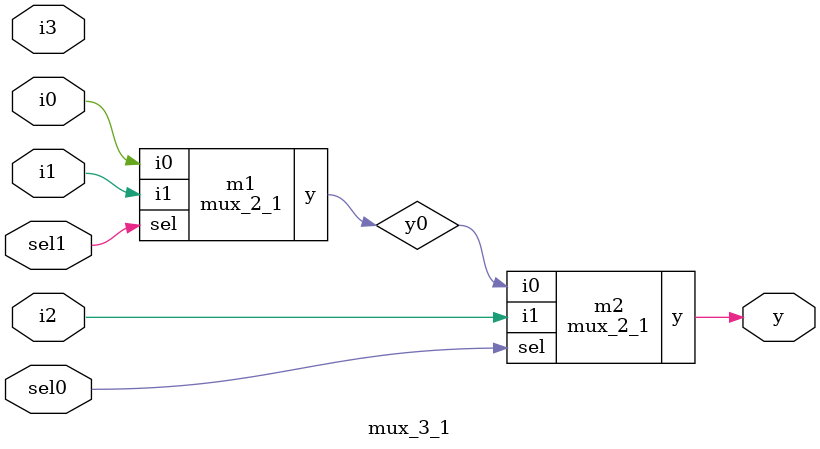
<source format=v>
module mux_2_1(
  input sel,
  input i0, i1,
  output y);
  
  assign y = sel ? i1 : i0;
endmodule

module mux_3_1(
  input sel0, sel1,
  input  i0,i1,i2,i3,
  output reg y);
  
  wire y0, y1;
  
  mux_2_1 m1(sel1, i0, i1, y0);
  mux_2_1 m2(sel0, y0, i2, y);
endmodule
</source>
